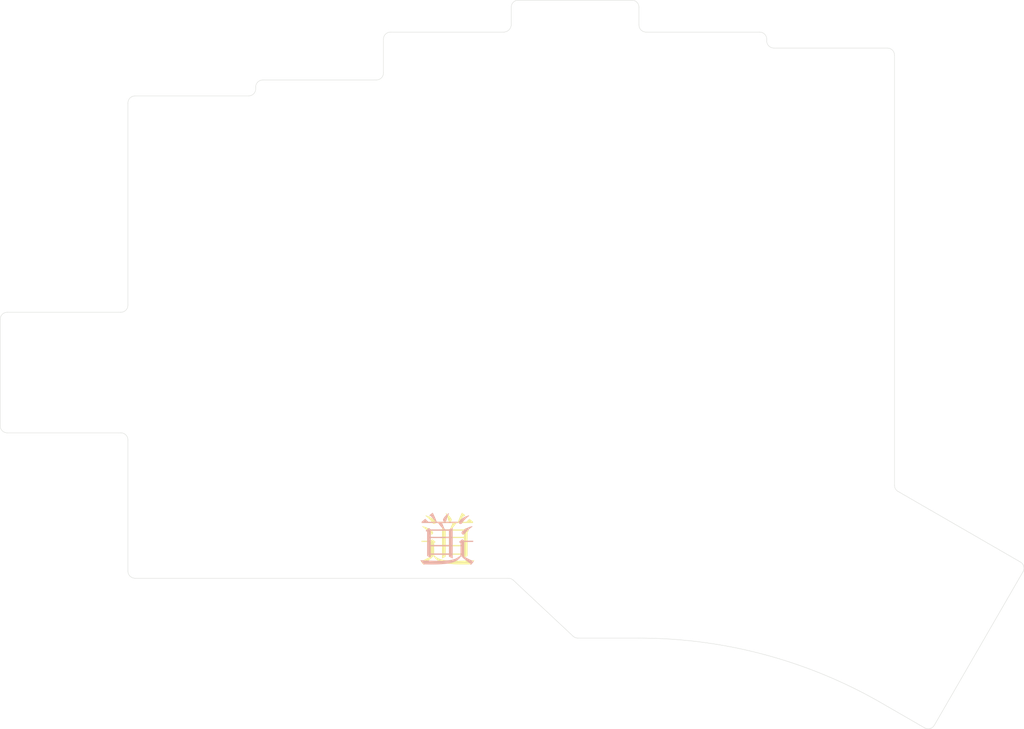
<source format=kicad_pcb>
(kicad_pcb (version 20211014) (generator pcbnew)
  (layers (0 "F.Cu" signal) (31 "B.Cu" signal) (34 "B.Paste" user) (35 "F.Paste" user) (36 "B.SilkS" user "B.Silkscreen") (37 "F.SilkS" user "F.Silkscreen") (38 "B.Mask" user) (39 "F.Mask" user) (44 "Edge.Cuts" user))
  (net 0 "")
  (footprint "dao-choc-ble:Kailh_PG1350_plate_cutout" (layer "F.Cu") (at 9 8.5)
    (fp_text reference "REF**" hide)
    (fp_text value "Kailh_PG1350_plate_cutout" hide)
    (pad "" np_thru_hole oval locked (at 0 6.45) (size 13.9 1) (drill oval 13.9 1) (layers *.Cu *.Mask))
    (pad "" np_thru_hole oval locked (at 6.45 0 90) (size 13.9 1) (drill oval 13.9 1) (layers *.Cu *.Mask))
    (pad "" np_thru_hole oval locked (at -6.45 0 90) (size 13.9 1) (drill oval 13.9 1) (layers *.Cu *.Mask))
    (pad "" np_thru_hole oval locked (at 0 -6.45) (size 13.9 1) (drill oval 13.9 1) (layers *.Cu *.Mask))
  )
  (footprint "dao-choc-ble:Kailh_PG1350_plate_cutout" (layer "F.Cu") (at 9 25.5)
    (fp_text reference "REF**" hide)
    (fp_text value "Kailh_PG1350_plate_cutout" hide)
    (pad "" np_thru_hole oval locked (at 0 -6.45) (size 13.9 1) (drill oval 13.9 1) (layers *.Cu *.Mask))
    (pad "" np_thru_hole oval locked (at 0 6.45) (size 13.9 1) (drill oval 13.9 1) (layers *.Cu *.Mask))
    (pad "" np_thru_hole oval locked (at 6.45 0 90) (size 13.9 1) (drill oval 13.9 1) (layers *.Cu *.Mask))
    (pad "" np_thru_hole oval locked (at -6.45 0 90) (size 13.9 1) (drill oval 13.9 1) (layers *.Cu *.Mask))
  )
  (footprint "dao-choc-ble:Kailh_PG1350_plate_cutout" (layer "F.Cu") (at 9 42.5)
    (fp_text reference "REF**" hide)
    (fp_text value "Kailh_PG1350_plate_cutout" hide)
    (pad "" np_thru_hole oval locked (at 0 6.45) (size 13.9 1) (drill oval 13.9 1) (layers *.Cu *.Mask))
    (pad "" np_thru_hole oval locked (at 6.45 0 90) (size 13.9 1) (drill oval 13.9 1) (layers *.Cu *.Mask))
    (pad "" np_thru_hole oval locked (at 0 -6.45) (size 13.9 1) (drill oval 13.9 1) (layers *.Cu *.Mask))
    (pad "" np_thru_hole oval locked (at -6.45 0 90) (size 13.9 1) (drill oval 13.9 1) (layers *.Cu *.Mask))
  )
  (footprint "dao-choc-ble:Kailh_PG1350_plate_cutout" (layer "F.Cu") (at 27 6.25)
    (fp_text reference "REF**" hide)
    (fp_text value "Kailh_PG1350_plate_cutout" hide)
    (pad "" np_thru_hole oval locked (at 0 6.45) (size 13.9 1) (drill oval 13.9 1) (layers *.Cu *.Mask))
    (pad "" np_thru_hole oval locked (at -6.45 0 90) (size 13.9 1) (drill oval 13.9 1) (layers *.Cu *.Mask))
    (pad "" np_thru_hole oval locked (at 0 -6.45) (size 13.9 1) (drill oval 13.9 1) (layers *.Cu *.Mask))
    (pad "" np_thru_hole oval locked (at 6.45 0 90) (size 13.9 1) (drill oval 13.9 1) (layers *.Cu *.Mask))
  )
  (footprint "dao-choc-ble:Kailh_PG1350_plate_cutout" (layer "F.Cu") (at 27 23.25)
    (fp_text reference "REF**" hide)
    (fp_text value "Kailh_PG1350_plate_cutout" hide)
    (pad "" np_thru_hole oval locked (at -6.45 0 90) (size 13.9 1) (drill oval 13.9 1) (layers *.Cu *.Mask))
    (pad "" np_thru_hole oval locked (at 0 -6.45) (size 13.9 1) (drill oval 13.9 1) (layers *.Cu *.Mask))
    (pad "" np_thru_hole oval locked (at 6.45 0 90) (size 13.9 1) (drill oval 13.9 1) (layers *.Cu *.Mask))
    (pad "" np_thru_hole oval locked (at 0 6.45) (size 13.9 1) (drill oval 13.9 1) (layers *.Cu *.Mask))
  )
  (footprint "dao-choc-ble:Kailh_PG1350_plate_cutout" (layer "F.Cu") (at 27 40.25)
    (fp_text reference "REF**" hide)
    (fp_text value "Kailh_PG1350_plate_cutout" hide)
    (pad "" np_thru_hole oval locked (at 6.45 0 90) (size 13.9 1) (drill oval 13.9 1) (layers *.Cu *.Mask))
    (pad "" np_thru_hole oval locked (at 0 6.45) (size 13.9 1) (drill oval 13.9 1) (layers *.Cu *.Mask))
    (pad "" np_thru_hole oval locked (at 0 -6.45) (size 13.9 1) (drill oval 13.9 1) (layers *.Cu *.Mask))
    (pad "" np_thru_hole oval locked (at -6.45 0 90) (size 13.9 1) (drill oval 13.9 1) (layers *.Cu *.Mask))
  )
  (footprint "dao-choc-ble:Kailh_PG1350_plate_cutout" (layer "F.Cu") (at 45 -0.5)
    (fp_text reference "REF**" hide)
    (fp_text value "Kailh_PG1350_plate_cutout" hide)
    (pad "" np_thru_hole oval locked (at -6.45 0 90) (size 13.9 1) (drill oval 13.9 1) (layers *.Cu *.Mask))
    (pad "" np_thru_hole oval locked (at 0 6.45) (size 13.9 1) (drill oval 13.9 1) (layers *.Cu *.Mask))
    (pad "" np_thru_hole oval locked (at 6.45 0 90) (size 13.9 1) (drill oval 13.9 1) (layers *.Cu *.Mask))
    (pad "" np_thru_hole oval locked (at 0 -6.45) (size 13.9 1) (drill oval 13.9 1) (layers *.Cu *.Mask))
  )
  (footprint "dao-choc-ble:Kailh_PG1350_plate_cutout" (layer "F.Cu") (at 45 16.500001)
    (fp_text reference "REF**" hide)
    (fp_text value "Kailh_PG1350_plate_cutout" hide)
    (pad "" np_thru_hole oval locked (at -6.45 0 90) (size 13.9 1) (drill oval 13.9 1) (layers *.Cu *.Mask))
    (pad "" np_thru_hole oval locked (at 0 6.45) (size 13.9 1) (drill oval 13.9 1) (layers *.Cu *.Mask))
    (pad "" np_thru_hole oval locked (at 0 -6.45) (size 13.9 1) (drill oval 13.9 1) (layers *.Cu *.Mask))
    (pad "" np_thru_hole oval locked (at 6.45 0 90) (size 13.9 1) (drill oval 13.9 1) (layers *.Cu *.Mask))
  )
  (footprint "dao-choc-ble:Kailh_PG1350_plate_cutout" (layer "F.Cu") (at 45 33.500001)
    (fp_text reference "REF**" hide)
    (fp_text value "Kailh_PG1350_plate_cutout" hide)
    (pad "" np_thru_hole oval locked (at 6.45 0 90) (size 13.9 1) (drill oval 13.9 1) (layers *.Cu *.Mask))
    (pad "" np_thru_hole oval locked (at -6.45 0 90) (size 13.9 1) (drill oval 13.9 1) (layers *.Cu *.Mask))
    (pad "" np_thru_hole oval locked (at 0 6.45) (size 13.9 1) (drill oval 13.9 1) (layers *.Cu *.Mask))
    (pad "" np_thru_hole oval locked (at 0 -6.45) (size 13.9 1) (drill oval 13.9 1) (layers *.Cu *.Mask))
  )
  (footprint "dao-choc-ble:Kailh_PG1350_plate_cutout" (layer "F.Cu") (at 81 -0.5)
    (fp_text reference "REF**" hide)
    (fp_text value "Kailh_PG1350_plate_cutout" hide)
    (pad "" np_thru_hole oval locked (at -6.45 0 90) (size 13.9 1) (drill oval 13.9 1) (layers *.Cu *.Mask))
    (pad "" np_thru_hole oval locked (at 0 -6.45) (size 13.9 1) (drill oval 13.9 1) (layers *.Cu *.Mask))
    (pad "" np_thru_hole oval locked (at 0 6.45) (size 13.9 1) (drill oval 13.9 1) (layers *.Cu *.Mask))
    (pad "" np_thru_hole oval locked (at 6.45 0 90) (size 13.9 1) (drill oval 13.9 1) (layers *.Cu *.Mask))
  )
  (footprint "dao-choc-ble:Kailh_PG1350_plate_cutout" (layer "F.Cu") (at 81 16.500001)
    (fp_text reference "REF**" hide)
    (fp_text value "Kailh_PG1350_plate_cutout" hide)
    (pad "" np_thru_hole oval locked (at 0 6.45) (size 13.9 1) (drill oval 13.9 1) (layers *.Cu *.Mask))
    (pad "" np_thru_hole oval locked (at 6.45 0 90) (size 13.9 1) (drill oval 13.9 1) (layers *.Cu *.Mask))
    (pad "" np_thru_hole oval locked (at 0 -6.45) (size 13.9 1) (drill oval 13.9 1) (layers *.Cu *.Mask))
    (pad "" np_thru_hole oval locked (at -6.45 0 90) (size 13.9 1) (drill oval 13.9 1) (layers *.Cu *.Mask))
  )
  (footprint "dao-choc-ble:Kailh_PG1350_plate_cutout" (layer "F.Cu") (at 81 33.500001)
    (fp_text reference "REF**" hide)
    (fp_text value "Kailh_PG1350_plate_cutout" hide)
    (pad "" np_thru_hole oval locked (at 0 -6.45) (size 13.9 1) (drill oval 13.9 1) (layers *.Cu *.Mask))
    (pad "" np_thru_hole oval locked (at -6.45 0 90) (size 13.9 1) (drill oval 13.9 1) (layers *.Cu *.Mask))
    (pad "" np_thru_hole oval locked (at 0 6.45) (size 13.9 1) (drill oval 13.9 1) (layers *.Cu *.Mask))
    (pad "" np_thru_hole oval locked (at 6.45 0 90) (size 13.9 1) (drill oval 13.9 1) (layers *.Cu *.Mask))
  )
  (footprint "dao-choc-ble:Kailh_PG1350_plate_cutout" (layer "F.Cu") (at 63 -5)
    (fp_text reference "REF**" hide)
    (fp_text value "Kailh_PG1350_plate_cutout" hide)
    (pad "" np_thru_hole oval locked (at 6.45 0 90) (size 13.9 1) (drill oval 13.9 1) (layers *.Cu *.Mask))
    (pad "" np_thru_hole oval locked (at -6.45 0 90) (size 13.9 1) (drill oval 13.9 1) (layers *.Cu *.Mask))
    (pad "" np_thru_hole oval locked (at 0 -6.45) (size 13.9 1) (drill oval 13.9 1) (layers *.Cu *.Mask))
    (pad "" np_thru_hole oval locked (at 0 6.45) (size 13.9 1) (drill oval 13.9 1) (layers *.Cu *.Mask))
  )
  (footprint "dao-choc-ble:Kailh_PG1350_plate_cutout" (layer "F.Cu") (at 63 12.000001)
    (fp_text reference "REF**" hide)
    (fp_text value "Kailh_PG1350_plate_cutout" hide)
    (pad "" np_thru_hole oval locked (at -6.45 0 90) (size 13.9 1) (drill oval 13.9 1) (layers *.Cu *.Mask))
    (pad "" np_thru_hole oval locked (at 6.45 0 90) (size 13.9 1) (drill oval 13.9 1) (layers *.Cu *.Mask))
    (pad "" np_thru_hole oval locked (at 0 6.45) (size 13.9 1) (drill oval 13.9 1) (layers *.Cu *.Mask))
    (pad "" np_thru_hole oval locked (at 0 -6.45) (size 13.9 1) (drill oval 13.9 1) (layers *.Cu *.Mask))
  )
  (footprint "dao-choc-ble:Kailh_PG1350_plate_cutout" (layer "F.Cu") (at 63 29.000001)
    (fp_text reference "REF**" hide)
    (fp_text value "Kailh_PG1350_plate_cutout" hide)
    (pad "" np_thru_hole oval locked (at 0 6.45) (size 13.9 1) (drill oval 13.9 1) (layers *.Cu *.Mask))
    (pad "" np_thru_hole oval locked (at 0 -6.45) (size 13.9 1) (drill oval 13.9 1) (layers *.Cu *.Mask))
    (pad "" np_thru_hole oval locked (at 6.45 0 90) (size 13.9 1) (drill oval 13.9 1) (layers *.Cu *.Mask))
    (pad "" np_thru_hole oval locked (at -6.45 0 90) (size 13.9 1) (drill oval 13.9 1) (layers *.Cu *.Mask))
  )
  (footprint "dao-choc-ble:Kailh_PG1350_plate_cutout" (layer "F.Cu") (at 99 1.75)
    (fp_text reference "REF**" hide)
    (fp_text value "Kailh_PG1350_plate_cutout" hide)
    (pad "" np_thru_hole oval locked (at -6.45 0 90) (size 13.9 1) (drill oval 13.9 1) (layers *.Cu *.Mask))
    (pad "" np_thru_hole oval locked (at 6.45 0 90) (size 13.9 1) (drill oval 13.9 1) (layers *.Cu *.Mask))
    (pad "" np_thru_hole oval locked (at 0 -6.45) (size 13.9 1) (drill oval 13.9 1) (layers *.Cu *.Mask))
    (pad "" np_thru_hole oval locked (at 0 6.45) (size 13.9 1) (drill oval 13.9 1) (layers *.Cu *.Mask))
  )
  (footprint "dao-choc-ble:Kailh_PG1350_plate_cutout" (layer "F.Cu") (at 98.999999 18.75)
    (fp_text reference "REF**" hide)
    (fp_text value "Kailh_PG1350_plate_cutout" hide)
    (pad "" np_thru_hole oval locked (at 0 6.45) (size 13.9 1) (drill oval 13.9 1) (layers *.Cu *.Mask))
    (pad "" np_thru_hole oval locked (at -6.45 0 90) (size 13.9 1) (drill oval 13.9 1) (layers *.Cu *.Mask))
    (pad "" np_thru_hole oval locked (at 6.45 0 90) (size 13.9 1) (drill oval 13.9 1) (layers *.Cu *.Mask))
    (pad "" np_thru_hole oval locked (at 0 -6.45) (size 13.9 1) (drill oval 13.9 1) (layers *.Cu *.Mask))
  )
  (footprint "dao-choc-ble:Kailh_PG1350_plate_cutout" (layer "F.Cu") (at 98.999999 35.75)
    (fp_text reference "REF**" hide)
    (fp_text value "Kailh_PG1350_plate_cutout" hide)
    (pad "" np_thru_hole oval locked (at 0 -6.45) (size 13.9 1) (drill oval 13.9 1) (layers *.Cu *.Mask))
    (pad "" np_thru_hole oval locked (at 0 6.45) (size 13.9 1) (drill oval 13.9 1) (layers *.Cu *.Mask))
    (pad "" np_thru_hole oval locked (at 6.45 0 90) (size 13.9 1) (drill oval 13.9 1) (layers *.Cu *.Mask))
    (pad "" np_thru_hole oval locked (at -6.45 0 90) (size 13.9 1) (drill oval 13.9 1) (layers *.Cu *.Mask))
  )
  (footprint "dao-choc-ble:Kailh_PG1350_plate_cutout" (layer "F.Cu") (at -8.999999 22)
    (fp_text reference "REF**" hide)
    (fp_text value "Kailh_PG1350_plate_cutout" hide)
    (pad "" np_thru_hole oval locked (at 6.45 0 90) (size 13.9 1) (drill oval 13.9 1) (layers *.Cu *.Mask))
    (pad "" np_thru_hole oval locked (at 0 -6.45) (size 13.9 1) (drill oval 13.9 1) (layers *.Cu *.Mask))
    (pad "" np_thru_hole oval locked (at -6.45 0 90) (size 13.9 1) (drill oval 13.9 1) (layers *.Cu *.Mask))
    (pad "" np_thru_hole oval locked (at 0 6.45) (size 13.9 1) (drill oval 13.9 1) (layers *.Cu *.Mask))
  )
  (footprint "dao-choc-ble:Kailh_PG1350_plate_cutout" (layer "F.Cu") (at 72 50.938152)
    (fp_text reference "REF**" hide)
    (fp_text value "Kailh_PG1350_plate_cutout" hide)
    (pad "" np_thru_hole oval locked (at 6.45 0 90) (size 13.9 1) (drill oval 13.9 1) (layers *.Cu *.Mask))
    (pad "" np_thru_hole oval locked (at -6.45 0 90) (size 13.9 1) (drill oval 13.9 1) (layers *.Cu *.Mask))
    (pad "" np_thru_hole oval locked (at 0 6.45) (size 13.9 1) (drill oval 13.9 1) (layers *.Cu *.Mask))
    (pad "" np_thru_hole oval locked (at 0 -6.45) (size 13.9 1) (drill oval 13.9 1) (layers *.Cu *.Mask))
  )
  (footprint "dao-choc-ble:Kailh_PG1350_plate_cutout" (layer "F.Cu") (at 91.893294 53.557154 -15)
    (fp_text reference "REF**" hide)
    (fp_text value "Kailh_PG1350_plate_cutout" hide)
    (pad "" np_thru_hole oval locked (at -6.45 0 75) (size 13.9 1) (drill oval 13.9 1) (layers *.Cu *.Mask))
    (pad "" np_thru_hole oval locked (at 0 6.45 345) (size 13.9 1) (drill oval 13.9 1) (layers *.Cu *.Mask))
    (pad "" np_thru_hole oval locked (at 0 -6.45 345) (size 13.9 1) (drill oval 13.9 1) (layers *.Cu *.Mask))
    (pad "" np_thru_hole oval locked (at 6.45 0 75) (size 13.9 1) (drill oval 13.9 1) (layers *.Cu *.Mask))
  )
  (footprint "dao-choc-ble:Kailh_PG1350_plate_cutout" (layer "F.Cu") (at 112.49788 56.655552 60)
    (fp_text reference "REF**" hide)
    (fp_text value "Kailh_PG1350_plate_cutout" hide)
    (pad "" np_thru_hole oval locked (at 0 -6.45 60) (size 13.9 1) (drill oval 13.9 1) (layers *.Cu *.Mask))
    (pad "" np_thru_hole oval locked (at 6.45 0 150) (size 13.9 1) (drill oval 13.9 1) (layers *.Cu *.Mask))
    (pad "" np_thru_hole oval locked (at -6.45 0 150) (size 13.9 1) (drill oval 13.9 1) (layers *.Cu *.Mask))
    (pad "" np_thru_hole oval locked (at 0 6.45 60) (size 13.9 1) (drill oval 13.9 1) (layers *.Cu *.Mask))
  )
  (footprint "dao-choc-ble:Hole_2.2mm" (layer "F.Cu") (at 17.707012 17)
    (fp_text reference "REF**" hide)
    (fp_text value "Hole_2.2mm" hide)
    (pad "" np_thru_hole circle locked (at 0 0 270) (size 2.2 2.2) (drill 2.2) (layers *.Cu *.Mask))
  )
  (footprint "dao-choc-ble:Hole_2.2mm" (layer "F.Cu") (at 17.707012 34)
    (fp_text reference "REF**" hide)
    (fp_text value "Hole_2.2mm" hide)
    (pad "" np_thru_hole circle locked (at 0 0 270) (size 2.2 2.2) (drill 2.2) (layers *.Cu *.Mask))
  )
  (footprint "dao-choc-ble:Hole_2.2mm" (layer "F.Cu") (at 70.030923 39.969076)
    (fp_text reference "REF**" hide)
    (fp_text value "Hole_2.2mm" hide)
    (pad "" np_thru_hole circle locked (at 0 0 270) (size 2.2 2.2) (drill 2.2) (layers *.Cu *.Mask))
  )
  (footprint "dao-choc-ble:Hole_2.2mm" (layer "F.Cu") (at 90.292987 10.25)
    (fp_text reference "REF**" hide)
    (fp_text value "Hole_2.2mm" hide)
    (pad "" np_thru_hole circle locked (at 0 0 270) (size 2.2 2.2) (drill 2.2) (layers *.Cu *.Mask))
  )
  (footprint "dao-choc-ble:Hole_2.2mm" (layer "F.Cu") (at 104.958224 47.071539)
    (fp_text reference "REF**" hide)
    (fp_text value "Hole_2.2mm" hide)
    (pad "" np_thru_hole circle locked (at 0 0 270) (size 2.2 2.2) (drill 2.2) (layers *.Cu *.Mask))
  )
  (footprint "dao-choc-ble:dao-logo-small" (layer "F.Cu") (at 45 45.5)
    (fp_text reference "G***" hide)
    (fp_text value "LOGO" hide)
  )
  (footprint "dao-choc-ble:Kailh_PG1350_plate_cutout" (layer "F.Cu") (at 99 -15.25)
    (fp_text reference "REF**" hide)
    (fp_text value "Kailh_PG1350_plate_cutout" hide)
    (pad "" np_thru_hole oval locked (at -6.45 0 90) (size 13.9 1) (drill oval 13.9 1) (layers F&B.Cu *.Mask))
    (pad "" np_thru_hole oval locked (at 6.45 0 90) (size 13.9 1) (drill oval 13.9 1) (layers F&B.Cu *.Mask))
    (pad "" np_thru_hole oval locked (at 0 -6.45) (size 13.9 1) (drill oval 13.9 1) (layers F&B.Cu *.Mask))
    (pad "" np_thru_hole oval locked (at 0 6.45) (size 13.9 1) (drill oval 13.9 1) (layers F&B.Cu *.Mask))
  )
  (footprint "dao-choc-ble:Kailh_PG1350_plate_cutout" (layer "F.Cu") (at 63 -22)
    (fp_text reference "REF**" hide)
    (fp_text value "Kailh_PG1350_plate_cutout" hide)
    (pad "" np_thru_hole oval locked (at 6.45 0 90) (size 13.9 1) (drill oval 13.9 1) (layers F&B.Cu *.Mask))
    (pad "" np_thru_hole oval locked (at -6.45 0 90) (size 13.9 1) (drill oval 13.9 1) (layers F&B.Cu *.Mask))
    (pad "" np_thru_hole oval locked (at 0 -6.45) (size 13.9 1) (drill oval 13.9 1) (layers F&B.Cu *.Mask))
    (pad "" np_thru_hole oval locked (at 0 6.45) (size 13.9 1) (drill oval 13.9 1) (layers F&B.Cu *.Mask))
  )
  (footprint "dao-choc-ble:Kailh_PG1350_plate_cutout" (layer "F.Cu") (at 9 -8.5)
    (fp_text reference "REF**" hide)
    (fp_text value "Kailh_PG1350_plate_cutout" hide)
    (pad "" np_thru_hole oval locked (at 0 6.45) (size 13.9 1) (drill oval 13.9 1) (layers F&B.Cu *.Mask))
    (pad "" np_thru_hole oval locked (at 6.45 0 90) (size 13.9 1) (drill oval 13.9 1) (layers F&B.Cu *.Mask))
    (pad "" np_thru_hole oval locked (at -6.45 0 90) (size 13.9 1) (drill oval 13.9 1) (layers F&B.Cu *.Mask))
    (pad "" np_thru_hole oval locked (at 0 -6.45) (size 13.9 1) (drill oval 13.9 1) (layers F&B.Cu *.Mask))
  )
  (footprint "dao-choc-ble:Kailh_PG1350_plate_cutout" (layer "F.Cu") (at 45 -17.5)
    (fp_text reference "REF**" hide)
    (fp_text value "Kailh_PG1350_plate_cutout" hide)
    (pad "" np_thru_hole oval locked (at -6.45 0 90) (size 13.9 1) (drill oval 13.9 1) (layers F&B.Cu *.Mask))
    (pad "" np_thru_hole oval locked (at 0 6.45) (size 13.9 1) (drill oval 13.9 1) (layers F&B.Cu *.Mask))
    (pad "" np_thru_hole oval locked (at 6.45 0 90) (size 13.9 1) (drill oval 13.9 1) (layers F&B.Cu *.Mask))
    (pad "" np_thru_hole oval locked (at 0 -6.45) (size 13.9 1) (drill oval 13.9 1) (layers F&B.Cu *.Mask))
  )
  (footprint "dao-choc-ble:Kailh_PG1350_plate_cutout" (layer "F.Cu") (at 81 -17.5)
    (fp_text reference "REF**" hide)
    (fp_text value "Kailh_PG1350_plate_cutout" hide)
    (pad "" np_thru_hole oval locked (at -6.45 0 90) (size 13.9 1) (drill oval 13.9 1) (layers F&B.Cu *.Mask))
    (pad "" np_thru_hole oval locked (at 0 -6.45) (size 13.9 1) (drill oval 13.9 1) (layers F&B.Cu *.Mask))
    (pad "" np_thru_hole oval locked (at 0 6.45) (size 13.9 1) (drill oval 13.9 1) (layers F&B.Cu *.Mask))
    (pad "" np_thru_hole oval locked (at 6.45 0 90) (size 13.9 1) (drill oval 13.9 1) (layers F&B.Cu *.Mask))
  )
  (footprint "dao-choc-ble:Kailh_PG1350_plate_cutout" (layer "F.Cu") (at 27 -10.75)
    (fp_text reference "REF**" hide)
    (fp_text value "Kailh_PG1350_plate_cutout" hide)
    (pad "" np_thru_hole oval locked (at 0 6.45) (size 13.9 1) (drill oval 13.9 1) (layers F&B.Cu *.Mask))
    (pad "" np_thru_hole oval locked (at -6.45 0 90) (size 13.9 1) (drill oval 13.9 1) (layers F&B.Cu *.Mask))
    (pad "" np_thru_hole oval locked (at 0 -6.45) (size 13.9 1) (drill oval 13.9 1) (layers F&B.Cu *.Mask))
    (pad "" np_thru_hole oval locked (at 6.45 0 90) (size 13.9 1) (drill oval 13.9 1) (layers F&B.Cu *.Mask))
  )
  (footprint "dao-choc-ble:dao-logo-small" (layer "B.Cu") (at 45 45.5 180)
    (fp_text reference "G***" hide)
    (fp_text value "LOGO" hide)
  )
  (gr_arc (start 18 -18.25) (mid 18.292893 -18.957107) (end 19 -19.25) (layer "Edge.Cuts") (width 0.05))
  (gr_arc (start 107 -23.75) (mid 107.707107 -23.457107) (end 108 -22.75) (layer "Edge.Cuts") (width 0.05))
  (gr_line (start 55 -30.5) (end 71 -30.5) (layer "Edge.Cuts") (width 0.05))
  (gr_arc (start 53.60453 51) (mid 53.972286 51.070078) (end 54.288499 51.270489) (layer "Edge.Cuts") (width 0.05))
  (gr_arc (start 125.743071 48.714209) (mid 126.208997 49.321415) (end 126.109096 50.080234) (layer "Edge.Cuts") (width 0.05))
  (gr_line (start 0 12.5) (end 0 -16) (layer "Edge.Cuts") (width 0.05))
  (gr_line (start 108.499999 38.758917) (end 125.743071 48.714209) (layer "Edge.Cuts") (width 0.05))
  (gr_line (start 91 -23.75) (end 107 -23.75) (layer "Edge.Cuts") (width 0.05))
  (gr_line (start 73 -26) (end 89 -26) (layer "Edge.Cuts") (width 0.05))
  (gr_arc (start 18 -18) (mid 17.707107 -17.292893) (end 17 -17) (layer "Edge.Cuts") (width 0.05))
  (gr_arc (start 89.693332 61.767524) (mid 97.93001 64.546234) (end 105.74788 68.346895) (layer "Edge.Cuts") (width 0.05))
  (gr_arc (start -17.999999 14.5) (mid -17.707106 13.792893) (end -16.999999 13.5) (layer "Edge.Cuts") (width 0.05))
  (gr_arc (start 54 -27) (mid 53.686084 -26.313916) (end 53 -26) (layer "Edge.Cuts") (width 0.05))
  (gr_line (start 72 -27) (end 72 -29.5) (layer "Edge.Cuts") (width 0.05))
  (gr_line (start -16.999999 13.5) (end -0.999999 13.5) (layer "Edge.Cuts") (width 0.05))
  (gr_line (start 90 -24.75) (end 90 -25) (layer "Edge.Cuts") (width 0.05))
  (gr_arc (start 89 -26) (mid 89.707107 -25.707107) (end 90 -25) (layer "Edge.Cuts") (width 0.05))
  (gr_arc (start 71.999999 59.438152) (mid 80.923003 60.022996) (end 89.693332 61.767523) (layer "Edge.Cuts") (width 0.05))
  (gr_line (start 36 -20.25) (end 36 -25) (layer "Edge.Cuts") (width 0.05))
  (gr_arc (start 0.000001 12.5) (mid -0.292892 13.207107) (end -0.999999 13.5) (layer "Edge.Cuts") (width 0.05))
  (gr_arc (start -0.999999 30.499999) (mid -0.292893 30.792893) (end 0 31.5) (layer "Edge.Cuts") (width 0.05))
  (gr_arc (start 36 -25) (mid 36.292893 -25.707107) (end 37 -26) (layer "Edge.Cuts") (width 0.05))
  (gr_arc (start 63.395469 59.438152) (mid 63.027713 59.368074) (end 62.7115 59.167663) (layer "Edge.Cuts") (width 0.05))
  (gr_arc (start 91 -23.75) (mid 90.292893 -24.042893) (end 90 -24.75) (layer "Edge.Cuts") (width 0.05))
  (gr_line (start 0 50) (end 0 31.5) (layer "Edge.Cuts") (width 0.05))
  (gr_line (start 53.60453 51) (end 0.999999 51) (layer "Edge.Cuts") (width 0.05))
  (gr_arc (start -16.999999 30.499999) (mid -17.707106 30.207106) (end -17.999999 29.499999) (layer "Edge.Cuts") (width 0.05))
  (gr_line (start 18 -18) (end 18 -18.25) (layer "Edge.Cuts") (width 0.05))
  (gr_arc (start 73 -26) (mid 72.292893 -26.292893) (end 72 -27) (layer "Edge.Cuts") (width 0.05))
  (gr_line (start -0.999999 30.499999) (end -16.999999 30.499999) (layer "Edge.Cuts") (width 0.05))
  (gr_line (start 37 -26) (end 53 -26) (layer "Edge.Cuts") (width 0.05))
  (gr_arc (start 113.609097 71.730869) (mid 113.00189 72.196795) (end 112.243071 72.096895) (layer "Edge.Cuts") (width 0.05))
  (gr_line (start 19 -19.25) (end 35 -19.25) (layer "Edge.Cuts") (width 0.05))
  (gr_arc (start 0.999999 50.999999) (mid 0.292893 50.707106) (end 0 50) (layer "Edge.Cuts") (width 0.05))
  (gr_arc (start 108.499999 38.758916) (mid 108.133974 38.392891) (end 107.999999 37.892891) (layer "Edge.Cuts") (width 0.05))
  (gr_arc (start 54 -29.5) (mid 54.292893 -30.207107) (end 55 -30.5) (layer "Edge.Cuts") (width 0.05))
  (gr_line (start 112.243071 72.096895) (end 105.74788 68.346895) (layer "Edge.Cuts") (width 0.05))
  (gr_line (start 72 59.438152) (end 63.395469 59.438152) (layer "Edge.Cuts") (width 0.05))
  (gr_line (start 62.7115 59.167663) (end 54.288499 51.270489) (layer "Edge.Cuts") (width 0.05))
  (gr_arc (start 36 -20.25) (mid 35.707107 -19.542893) (end 35 -19.25) (layer "Edge.Cuts") (width 0.05))
  (gr_arc (start 71 -30.5) (mid 71.707107 -30.207107) (end 72 -29.5) (layer "Edge.Cuts") (width 0.05))
  (gr_line (start 1 -17) (end 17 -17) (layer "Edge.Cuts") (width 0.05))
  (gr_line (start 54 -27) (end 54 -29.5) (layer "Edge.Cuts") (width 0.05))
  (gr_line (start 126.109096 50.080234) (end 113.609096 71.730869) (layer "Edge.Cuts") (width 0.05))
  (gr_arc (start 0 -16) (mid 0.292893 -16.707107) (end 1 -17) (layer "Edge.Cuts") (width 0.05))
  (gr_line (start 108 -22.75) (end 107.999999 37.892891) (layer "Edge.Cuts") (width 0.05))
  (gr_line (start -17.999999 29.499999) (end -17.999999 14.5) (layer "Edge.Cuts") (width 0.05))
)
</source>
